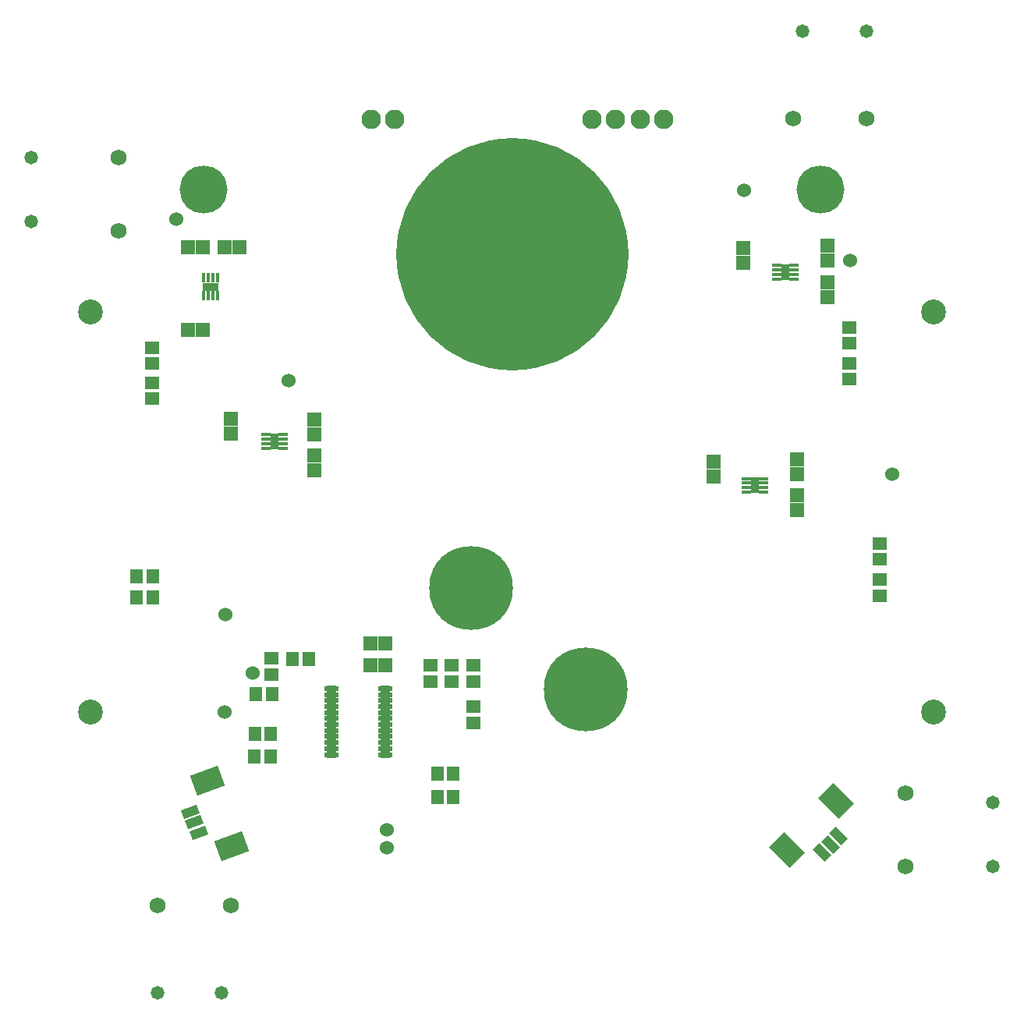
<source format=gts>
G04*
G04 #@! TF.GenerationSoftware,Altium Limited,Altium Designer,18.1.9 (240)*
G04*
G04 Layer_Color=8388736*
%FSLAX25Y25*%
%MOIN*%
G70*
G01*
G75*
%ADD31O,0.06312X0.02572*%
%ADD32R,0.05328X0.06115*%
%ADD33R,0.06115X0.05328*%
%ADD34R,0.05918X0.06312*%
%ADD35R,0.06312X0.05918*%
%ADD36C,0.06000*%
%ADD37R,0.01784X0.03950*%
%ADD38R,0.07099X0.03517*%
%ADD39R,0.03517X0.07099*%
%ADD40R,0.03950X0.01784*%
G04:AMPARAMS|DCode=41|XSize=90.68mil|YSize=126.11mil|CornerRadius=0mil|HoleSize=0mil|Usage=FLASHONLY|Rotation=110.000|XOffset=0mil|YOffset=0mil|HoleType=Round|Shape=Rectangle|*
%AMROTATEDRECTD41*
4,1,4,0.07476,-0.02104,-0.04375,-0.06417,-0.07476,0.02104,0.04375,0.06417,0.07476,-0.02104,0.0*
%
%ADD41ROTATEDRECTD41*%

G04:AMPARAMS|DCode=42|XSize=39.5mil|YSize=70.99mil|CornerRadius=0mil|HoleSize=0mil|Usage=FLASHONLY|Rotation=110.000|XOffset=0mil|YOffset=0mil|HoleType=Round|Shape=Rectangle|*
%AMROTATEDRECTD42*
4,1,4,0.04011,-0.00642,-0.02660,-0.03070,-0.04011,0.00642,0.02660,0.03070,0.04011,-0.00642,0.0*
%
%ADD42ROTATEDRECTD42*%

G04:AMPARAMS|DCode=43|XSize=90.68mil|YSize=126.11mil|CornerRadius=0mil|HoleSize=0mil|Usage=FLASHONLY|Rotation=225.000|XOffset=0mil|YOffset=0mil|HoleType=Round|Shape=Rectangle|*
%AMROTATEDRECTD43*
4,1,4,-0.01253,0.07665,0.07665,-0.01253,0.01253,-0.07665,-0.07665,0.01253,-0.01253,0.07665,0.0*
%
%ADD43ROTATEDRECTD43*%

G04:AMPARAMS|DCode=44|XSize=39.5mil|YSize=70.99mil|CornerRadius=0mil|HoleSize=0mil|Usage=FLASHONLY|Rotation=225.000|XOffset=0mil|YOffset=0mil|HoleType=Round|Shape=Rectangle|*
%AMROTATEDRECTD44*
4,1,4,-0.01114,0.03906,0.03906,-0.01114,0.01114,-0.03906,-0.03906,0.01114,-0.01114,0.03906,0.0*
%
%ADD44ROTATEDRECTD44*%

%ADD45C,0.35800*%
%ADD46C,0.20485*%
%ADD47C,0.99225*%
%ADD48C,0.05800*%
%ADD49C,0.10642*%
%ADD50C,0.08300*%
%ADD51C,0.06800*%
D31*
X107337Y111679D02*
D03*
Y114238D02*
D03*
Y116797D02*
D03*
Y119356D02*
D03*
Y121915D02*
D03*
Y124475D02*
D03*
Y127034D02*
D03*
Y129593D02*
D03*
Y132152D02*
D03*
Y134711D02*
D03*
Y137270D02*
D03*
Y139829D02*
D03*
X84108Y111679D02*
D03*
Y114238D02*
D03*
Y116797D02*
D03*
Y119356D02*
D03*
Y121915D02*
D03*
Y124475D02*
D03*
Y127034D02*
D03*
Y129593D02*
D03*
Y132152D02*
D03*
Y134711D02*
D03*
Y137270D02*
D03*
Y139829D02*
D03*
D32*
X51417Y120429D02*
D03*
X58307D02*
D03*
X58252Y110929D02*
D03*
X51362D02*
D03*
X136374Y103429D02*
D03*
X129484D02*
D03*
Y93429D02*
D03*
X136374D02*
D03*
X67555Y152504D02*
D03*
X74445D02*
D03*
X52028Y137437D02*
D03*
X58917D02*
D03*
X7945Y188000D02*
D03*
X1055D02*
D03*
X7945Y179000D02*
D03*
X1055D02*
D03*
D33*
X58683Y152809D02*
D03*
Y145919D02*
D03*
X135722Y142809D02*
D03*
Y149699D02*
D03*
X126722D02*
D03*
Y142809D02*
D03*
X145000Y125307D02*
D03*
Y132197D02*
D03*
X144955Y149701D02*
D03*
Y142811D02*
D03*
X305500Y278945D02*
D03*
Y272055D02*
D03*
Y287407D02*
D03*
Y294297D02*
D03*
X318685Y186500D02*
D03*
Y179610D02*
D03*
Y195110D02*
D03*
Y202000D02*
D03*
X7500Y270654D02*
D03*
Y263764D02*
D03*
Y278764D02*
D03*
Y285654D02*
D03*
D34*
X107372Y159254D02*
D03*
X101073D02*
D03*
Y149754D02*
D03*
X107372D02*
D03*
X29260Y328677D02*
D03*
X22961D02*
D03*
X38461D02*
D03*
X44760D02*
D03*
X29110Y293209D02*
D03*
X22811D02*
D03*
D35*
X296307Y329079D02*
D03*
Y322779D02*
D03*
Y307130D02*
D03*
Y313429D02*
D03*
X260307Y328079D02*
D03*
Y321779D02*
D03*
X283307Y231555D02*
D03*
Y237854D02*
D03*
Y222354D02*
D03*
Y216055D02*
D03*
X247585Y230555D02*
D03*
Y236854D02*
D03*
X76807Y254921D02*
D03*
Y248622D02*
D03*
X76807Y233279D02*
D03*
Y239579D02*
D03*
X41339Y255079D02*
D03*
Y248780D02*
D03*
D36*
X260678Y353000D02*
D03*
X324000Y231500D02*
D03*
X108063Y72000D02*
D03*
X108063Y79500D02*
D03*
X38500Y129724D02*
D03*
X50472Y146437D02*
D03*
X66000Y271500D02*
D03*
X306000Y323000D02*
D03*
X39000Y171500D02*
D03*
X18000Y340500D02*
D03*
D37*
X29610Y307957D02*
D03*
X31579D02*
D03*
X33547D02*
D03*
X35516D02*
D03*
X29610Y315398D02*
D03*
X31579D02*
D03*
X33547D02*
D03*
X35516D02*
D03*
D38*
X32563Y311677D02*
D03*
D39*
X278307Y317929D02*
D03*
X265307Y226720D02*
D03*
X59807Y245476D02*
D03*
D40*
X282028Y314976D02*
D03*
Y316945D02*
D03*
Y318913D02*
D03*
Y320882D02*
D03*
X274587Y314976D02*
D03*
Y316945D02*
D03*
Y318913D02*
D03*
Y320882D02*
D03*
X261587Y229673D02*
D03*
Y227705D02*
D03*
Y225736D02*
D03*
Y223768D02*
D03*
X269027Y229673D02*
D03*
Y227705D02*
D03*
Y225736D02*
D03*
Y223768D02*
D03*
X63528Y242524D02*
D03*
Y244492D02*
D03*
Y246461D02*
D03*
Y248429D02*
D03*
X56087Y242524D02*
D03*
Y244492D02*
D03*
Y246461D02*
D03*
Y248429D02*
D03*
D41*
X31346Y100676D02*
D03*
X41580Y72559D02*
D03*
D42*
X27417Y78088D02*
D03*
X25734Y82713D02*
D03*
X24051Y87337D02*
D03*
D43*
X278802Y70840D02*
D03*
X299959Y91997D02*
D03*
D44*
X300934Y76825D02*
D03*
X297454Y73345D02*
D03*
X293974Y69865D02*
D03*
D45*
X144000Y183000D02*
D03*
X193000Y139500D02*
D03*
D46*
X293307Y353150D02*
D03*
X29528D02*
D03*
D47*
X161417Y325591D02*
D03*
D48*
X366929Y91339D02*
D03*
X312992Y420866D02*
D03*
X-44095Y366929D02*
D03*
X37402Y9843D02*
D03*
X9842D02*
D03*
X-44095Y339370D02*
D03*
X285433Y420866D02*
D03*
X366929Y63779D02*
D03*
D49*
X-18898Y129724D02*
D03*
X341732D02*
D03*
X-18898Y300984D02*
D03*
X341732D02*
D03*
D50*
X205472Y383205D02*
D03*
X195473D02*
D03*
X216335D02*
D03*
X226335D02*
D03*
X101335D02*
D03*
X111335D02*
D03*
D51*
X329527Y63779D02*
D03*
Y95276D02*
D03*
X281496Y383465D02*
D03*
X312992D02*
D03*
X-6693Y335433D02*
D03*
Y366929D02*
D03*
X9843Y47244D02*
D03*
X41339D02*
D03*
M02*

</source>
